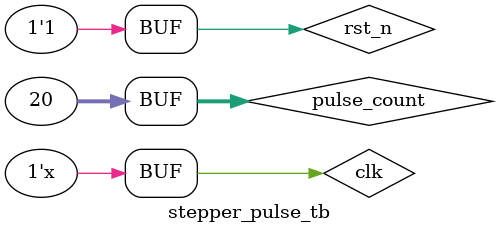
<source format=v>
`timescale 1ns / 1ps


`timescale 1ns / 1ps

module stepper_pulse_tb;

// Inputs
reg clk;
reg rst_n;
reg [31:0] pulse_count;

// Outputs
wire pulse;
wire done;

// Instantiate the Unit Under Test (UUT)
stepper_pulse uut (
    .clk(clk), 
    .rst_n(rst_n), 
    .pulse_count(pulse_count), 
    .pulse(pulse), 
    .done(done)
);

initial begin
    // Initialize Inputs
    clk = 0;
    rst_n = 0;
    pulse_count = 20; // Example pulse count

    // Reset the design
    #100;
    rst_n = 1;
    
    // Wait 1000 ns for global reset to finish
    #10000000;
    
end

// Clock generation
always #10 clk = ~clk; // Generate a clock with a period of 20ns (50MHz)

endmodule


</source>
